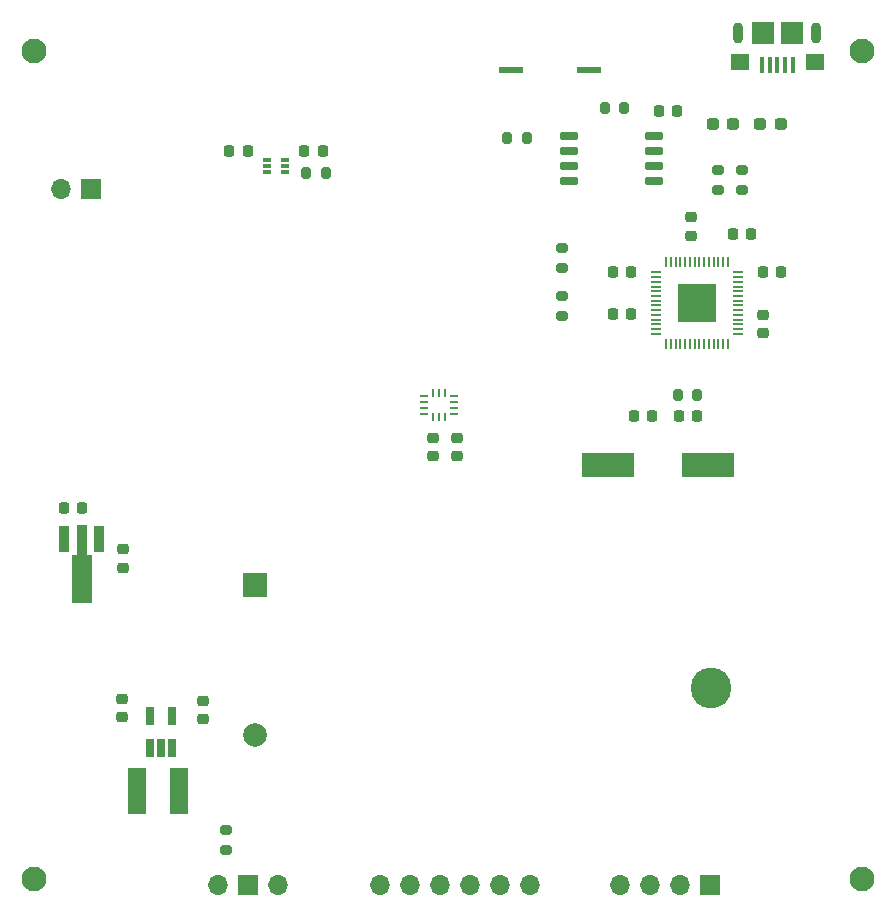
<source format=gts>
G04 #@! TF.GenerationSoftware,KiCad,Pcbnew,(6.0.5)*
G04 #@! TF.CreationDate,2023-05-13T13:21:23-04:00*
G04 #@! TF.ProjectId,control_board,636f6e74-726f-46c5-9f62-6f6172642e6b,rev?*
G04 #@! TF.SameCoordinates,Original*
G04 #@! TF.FileFunction,Soldermask,Top*
G04 #@! TF.FilePolarity,Negative*
%FSLAX46Y46*%
G04 Gerber Fmt 4.6, Leading zero omitted, Abs format (unit mm)*
G04 Created by KiCad (PCBNEW (6.0.5)) date 2023-05-13 13:21:23*
%MOMM*%
%LPD*%
G01*
G04 APERTURE LIST*
G04 Aperture macros list*
%AMRoundRect*
0 Rectangle with rounded corners*
0 $1 Rounding radius*
0 $2 $3 $4 $5 $6 $7 $8 $9 X,Y pos of 4 corners*
0 Add a 4 corners polygon primitive as box body*
4,1,4,$2,$3,$4,$5,$6,$7,$8,$9,$2,$3,0*
0 Add four circle primitives for the rounded corners*
1,1,$1+$1,$2,$3*
1,1,$1+$1,$4,$5*
1,1,$1+$1,$6,$7*
1,1,$1+$1,$8,$9*
0 Add four rect primitives between the rounded corners*
20,1,$1+$1,$2,$3,$4,$5,0*
20,1,$1+$1,$4,$5,$6,$7,0*
20,1,$1+$1,$6,$7,$8,$9,0*
20,1,$1+$1,$8,$9,$2,$3,0*%
%AMFreePoly0*
4,1,9,5.362500,-0.866500,1.237500,-0.866500,1.237500,-0.450000,-1.237500,-0.450000,-1.237500,0.450000,1.237500,0.450000,1.237500,0.866500,5.362500,0.866500,5.362500,-0.866500,5.362500,-0.866500,$1*%
G04 Aperture macros list end*
%ADD10RoundRect,0.200000X-0.275000X0.200000X-0.275000X-0.200000X0.275000X-0.200000X0.275000X0.200000X0*%
%ADD11RoundRect,0.200000X0.200000X0.275000X-0.200000X0.275000X-0.200000X-0.275000X0.200000X-0.275000X0*%
%ADD12RoundRect,0.200000X-0.200000X-0.275000X0.200000X-0.275000X0.200000X0.275000X-0.200000X0.275000X0*%
%ADD13RoundRect,0.200000X0.275000X-0.200000X0.275000X0.200000X-0.275000X0.200000X-0.275000X-0.200000X0*%
%ADD14RoundRect,0.225000X0.250000X-0.225000X0.250000X0.225000X-0.250000X0.225000X-0.250000X-0.225000X0*%
%ADD15RoundRect,0.225000X-0.225000X-0.250000X0.225000X-0.250000X0.225000X0.250000X-0.225000X0.250000X0*%
%ADD16RoundRect,0.225000X-0.250000X0.225000X-0.250000X-0.225000X0.250000X-0.225000X0.250000X0.225000X0*%
%ADD17RoundRect,0.225000X0.225000X0.250000X-0.225000X0.250000X-0.225000X-0.250000X0.225000X-0.250000X0*%
%ADD18R,4.500000X2.000000*%
%ADD19R,1.700000X1.700000*%
%ADD20O,1.700000X1.700000*%
%ADD21C,0.500000*%
%ADD22R,0.400000X1.350000*%
%ADD23R,1.900000X1.900000*%
%ADD24O,0.900000X1.800000*%
%ADD25R,1.600000X1.400000*%
%ADD26C,2.100000*%
%ADD27R,0.650000X1.560000*%
%ADD28C,3.450000*%
%ADD29R,2.000000X2.000000*%
%ADD30C,2.000000*%
%ADD31R,0.900000X2.300000*%
%ADD32FreePoly0,270.000000*%
%ADD33RoundRect,0.150000X-0.650000X-0.150000X0.650000X-0.150000X0.650000X0.150000X-0.650000X0.150000X0*%
%ADD34RoundRect,0.237500X0.287500X0.237500X-0.287500X0.237500X-0.287500X-0.237500X0.287500X-0.237500X0*%
%ADD35R,0.675000X0.250000*%
%ADD36R,0.250000X0.675000*%
%ADD37O,0.875000X0.200000*%
%ADD38O,0.200000X0.875000*%
%ADD39R,3.200000X3.200000*%
%ADD40RoundRect,0.237500X-0.287500X-0.237500X0.287500X-0.237500X0.287500X0.237500X-0.287500X0.237500X0*%
%ADD41R,1.500000X4.000000*%
%ADD42R,0.700000X0.340000*%
%ADD43R,2.108200X0.558800*%
G04 APERTURE END LIST*
D10*
X120904000Y-119825000D03*
X120904000Y-121475000D03*
D11*
X146400500Y-61177500D03*
X144750500Y-61177500D03*
D12*
X153000500Y-58677500D03*
X154650500Y-58677500D03*
X129356450Y-64206000D03*
X127706450Y-64206000D03*
D10*
X149376000Y-74592500D03*
X149376000Y-76242500D03*
D13*
X149376000Y-72194500D03*
X149376000Y-70544500D03*
D12*
X159195000Y-82961000D03*
X160845000Y-82961000D03*
D13*
X164616000Y-65595000D03*
X164616000Y-63945000D03*
X162584000Y-65595000D03*
X162584000Y-63945000D03*
D14*
X118999000Y-110402500D03*
X118999000Y-108852500D03*
X112141000Y-110249000D03*
X112141000Y-108699000D03*
X112200000Y-97587500D03*
X112200000Y-96037500D03*
D15*
X107175000Y-92562500D03*
X108725000Y-92562500D03*
X157550500Y-58927500D03*
X159100500Y-58927500D03*
X129103250Y-62301000D03*
X127553250Y-62301000D03*
D16*
X138430000Y-86601000D03*
X138430000Y-88151000D03*
D14*
X140462000Y-88151000D03*
X140462000Y-86601000D03*
D15*
X122753250Y-62301000D03*
X121203250Y-62301000D03*
X159245000Y-84739000D03*
X160795000Y-84739000D03*
X155435000Y-84739000D03*
X156985000Y-84739000D03*
X163841000Y-69310000D03*
X165391000Y-69310000D03*
D17*
X155239000Y-76067500D03*
X153689000Y-76067500D03*
D14*
X160298000Y-69476500D03*
X160298000Y-67926500D03*
D16*
X166394000Y-76182500D03*
X166394000Y-77732500D03*
D15*
X166373000Y-72513500D03*
X167923000Y-72513500D03*
D17*
X155231000Y-72511500D03*
X153681000Y-72511500D03*
D18*
X161730000Y-88900000D03*
X153230000Y-88900000D03*
D19*
X161925000Y-124460000D03*
D20*
X159385000Y-124460000D03*
X156845000Y-124460000D03*
X154305000Y-124460000D03*
D21*
X164318250Y-52324000D03*
X170918250Y-52324000D03*
D22*
X168918250Y-54999000D03*
X168268250Y-54999000D03*
X167618250Y-54999000D03*
X166968250Y-54999000D03*
X166318250Y-54999000D03*
D23*
X166418250Y-52324000D03*
D24*
X164318250Y-52324000D03*
D25*
X164418250Y-54774000D03*
D24*
X170918250Y-52324000D03*
D23*
X168818250Y-52324000D03*
D25*
X170818250Y-54774000D03*
D26*
X174752000Y-53848000D03*
D27*
X114493000Y-112856000D03*
X115443000Y-112856000D03*
X116393000Y-112856000D03*
X116393000Y-110156000D03*
X114493000Y-110156000D03*
D28*
X162030000Y-107760000D03*
D29*
X123420000Y-99060000D03*
D30*
X123420000Y-111760000D03*
D31*
X110200000Y-95162500D03*
D32*
X108700000Y-95250000D03*
D31*
X107200000Y-95162500D03*
D20*
X125365000Y-124460000D03*
D19*
X122825000Y-124460000D03*
D20*
X120285000Y-124460000D03*
D26*
X104648000Y-123952000D03*
D33*
X157175500Y-61022500D03*
X157175500Y-62292500D03*
X157175500Y-63562500D03*
X157175500Y-64832500D03*
X149975500Y-64832500D03*
X149975500Y-63562500D03*
X149975500Y-62292500D03*
X149975500Y-61022500D03*
D20*
X146685000Y-124460000D03*
X144145000Y-124460000D03*
X141605000Y-124460000D03*
X139065000Y-124460000D03*
X136525000Y-124460000D03*
X133985000Y-124460000D03*
D34*
X163875000Y-60000000D03*
X162125000Y-60000000D03*
D35*
X137675500Y-83070000D03*
X137675500Y-83570000D03*
X137675500Y-84070000D03*
X137675500Y-84570000D03*
D36*
X138438000Y-84832500D03*
X138938000Y-84832500D03*
X139438000Y-84832500D03*
D35*
X140200500Y-84570000D03*
X140200500Y-84070000D03*
X140200500Y-83570000D03*
X140200500Y-83070000D03*
D36*
X139438000Y-82807500D03*
X138938000Y-82807500D03*
X138438000Y-82807500D03*
D19*
X109479000Y-65532000D03*
D20*
X106939000Y-65532000D03*
D37*
X157368500Y-72579500D03*
X157368500Y-72979500D03*
X157368500Y-73379500D03*
X157368500Y-73779500D03*
X157368500Y-74179500D03*
X157368500Y-74579500D03*
X157368500Y-74979500D03*
X157368500Y-75379500D03*
X157368500Y-75779500D03*
X157368500Y-76179500D03*
X157368500Y-76579500D03*
X157368500Y-76979500D03*
X157368500Y-77379500D03*
X157368500Y-77779500D03*
D38*
X158206000Y-78617000D03*
X158606000Y-78617000D03*
X159006000Y-78617000D03*
X159406000Y-78617000D03*
X159806000Y-78617000D03*
X160206000Y-78617000D03*
X160606000Y-78617000D03*
X161006000Y-78617000D03*
X161406000Y-78617000D03*
X161806000Y-78617000D03*
X162206000Y-78617000D03*
X162606000Y-78617000D03*
X163006000Y-78617000D03*
X163406000Y-78617000D03*
D37*
X164243500Y-77779500D03*
X164243500Y-77379500D03*
X164243500Y-76979500D03*
X164243500Y-76579500D03*
X164243500Y-76179500D03*
X164243500Y-75779500D03*
X164243500Y-75379500D03*
X164243500Y-74979500D03*
X164243500Y-74579500D03*
X164243500Y-74179500D03*
X164243500Y-73779500D03*
X164243500Y-73379500D03*
X164243500Y-72979500D03*
X164243500Y-72579500D03*
D38*
X163406000Y-71742000D03*
X163006000Y-71742000D03*
X162606000Y-71742000D03*
X162206000Y-71742000D03*
X161806000Y-71742000D03*
X161406000Y-71742000D03*
X161006000Y-71742000D03*
X160606000Y-71742000D03*
X160206000Y-71742000D03*
X159806000Y-71742000D03*
X159406000Y-71742000D03*
X159006000Y-71742000D03*
X158606000Y-71742000D03*
X158206000Y-71742000D03*
D39*
X160806000Y-75179500D03*
D40*
X166125000Y-60000000D03*
X167875000Y-60000000D03*
D26*
X104648000Y-53848000D03*
D41*
X116963600Y-116484400D03*
X113363600Y-116484400D03*
D26*
X174752000Y-123952000D03*
D42*
X125903250Y-63071000D03*
X125903250Y-63571000D03*
X125903250Y-64071000D03*
X124403250Y-64071000D03*
X124403250Y-63571000D03*
X124403250Y-63071000D03*
D43*
X145024800Y-55427500D03*
X151626200Y-55427500D03*
M02*

</source>
